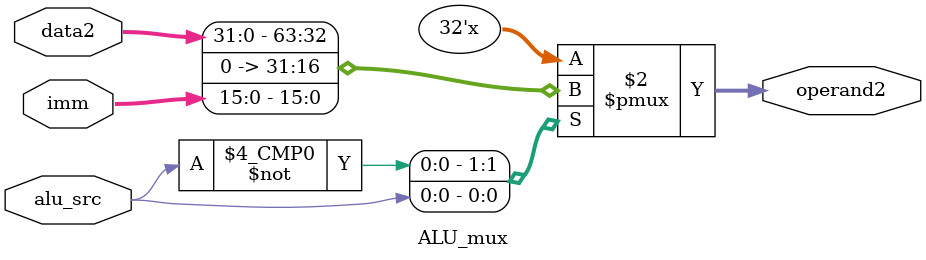
<source format=v>
module ALU_mux(alu_src, data2, imm, operand2);

input alu_src;
input [31:0]data2;
input [15:0]imm;
output reg [31:0]operand2;

always@(*)
begin 

  case (alu_src)

    0: operand2 = data2;
    1: operand2 = imm;

endcase
end
endmodule // alu_mux
</source>
